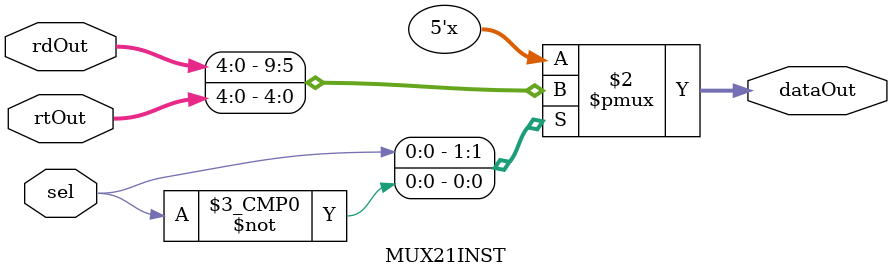
<source format=v>
`timescale 1ns/1ns
module MUX21INST(
input [4:0] rtOut,rdOut,
input sel,
output reg [4:0] dataOut
);

always @(*)
begin
	case(sel)
		1'b1:
		begin
			dataOut = rdOut;
		end
		1'b0:
		begin
			dataOut = rtOut;
		end
	endcase
end
endmodule

</source>
